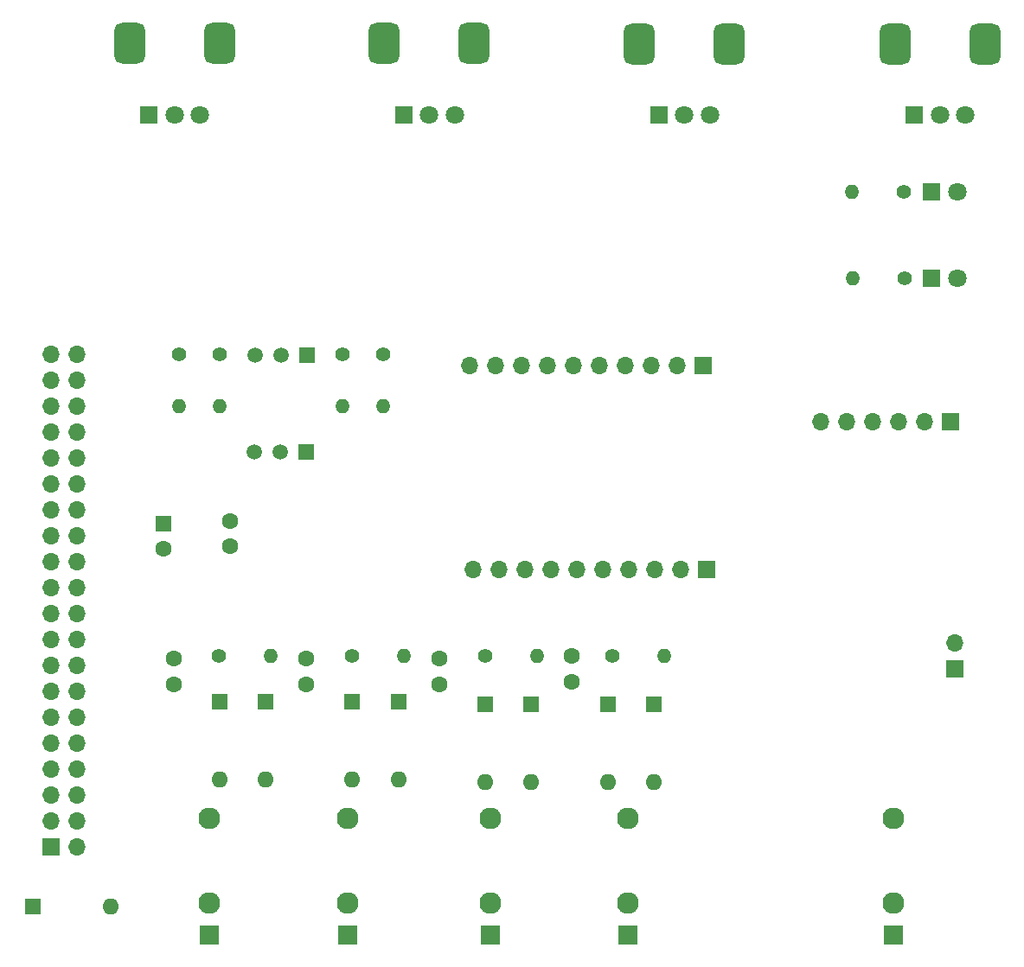
<source format=gbr>
%TF.GenerationSoftware,KiCad,Pcbnew,8.0.0*%
%TF.CreationDate,2024-04-01T16:50:34+09:00*%
%TF.ProjectId,Raverack,52617665-7261-4636-9b2e-6b696361645f,rev?*%
%TF.SameCoordinates,Original*%
%TF.FileFunction,Soldermask,Bot*%
%TF.FilePolarity,Negative*%
%FSLAX46Y46*%
G04 Gerber Fmt 4.6, Leading zero omitted, Abs format (unit mm)*
G04 Created by KiCad (PCBNEW 8.0.0) date 2024-04-01 16:50:34*
%MOMM*%
%LPD*%
G01*
G04 APERTURE LIST*
G04 Aperture macros list*
%AMRoundRect*
0 Rectangle with rounded corners*
0 $1 Rounding radius*
0 $2 $3 $4 $5 $6 $7 $8 $9 X,Y pos of 4 corners*
0 Add a 4 corners polygon primitive as box body*
4,1,4,$2,$3,$4,$5,$6,$7,$8,$9,$2,$3,0*
0 Add four circle primitives for the rounded corners*
1,1,$1+$1,$2,$3*
1,1,$1+$1,$4,$5*
1,1,$1+$1,$6,$7*
1,1,$1+$1,$8,$9*
0 Add four rect primitives between the rounded corners*
20,1,$1+$1,$2,$3,$4,$5,0*
20,1,$1+$1,$4,$5,$6,$7,0*
20,1,$1+$1,$6,$7,$8,$9,0*
20,1,$1+$1,$8,$9,$2,$3,0*%
G04 Aperture macros list end*
%ADD10C,1.600000*%
%ADD11C,1.400000*%
%ADD12O,1.400000X1.400000*%
%ADD13R,1.600000X1.600000*%
%ADD14O,1.600000X1.600000*%
%ADD15R,1.930000X1.830000*%
%ADD16C,2.130000*%
%ADD17R,1.500000X1.500000*%
%ADD18C,1.500000*%
%ADD19R,1.700000X1.700000*%
%ADD20O,1.700000X1.700000*%
%ADD21R,1.800000X1.800000*%
%ADD22C,1.800000*%
%ADD23RoundRect,0.750000X0.750000X-1.250000X0.750000X1.250000X-0.750000X1.250000X-0.750000X-1.250000X0*%
G04 APERTURE END LIST*
D10*
%TO.C,C2*%
X122000000Y-102250000D03*
X122000000Y-104750000D03*
%TD*%
D11*
%TO.C,R4*%
X151960000Y-102000000D03*
D12*
X157040000Y-102000000D03*
%TD*%
D11*
%TO.C,R2*%
X126460000Y-102000000D03*
D12*
X131540000Y-102000000D03*
%TD*%
D13*
%TO.C,D1*%
X113500000Y-106500000D03*
D14*
X113500000Y-114120000D03*
%TD*%
D15*
%TO.C,J2*%
X126000000Y-129280000D03*
D16*
X126000000Y-117880000D03*
X126000000Y-126180000D03*
%TD*%
D10*
%TO.C,C4*%
X148000000Y-102000000D03*
X148000000Y-104500000D03*
%TD*%
D17*
%TO.C,Q2*%
X122000000Y-82000000D03*
D18*
X119460000Y-82000000D03*
X116920000Y-82000000D03*
%TD*%
D19*
%TO.C,ADS1115_A1*%
X161160000Y-93500000D03*
D20*
X158620000Y-93500000D03*
X156080000Y-93500000D03*
X153540000Y-93500000D03*
X151000000Y-93500000D03*
X148460000Y-93500000D03*
X145920000Y-93500000D03*
X143380000Y-93500000D03*
X140840000Y-93500000D03*
X138300000Y-93500000D03*
%TD*%
D11*
%TO.C,R1*%
X113460000Y-102000000D03*
D12*
X118540000Y-102000000D03*
%TD*%
D13*
%TO.C,D5*%
X139500000Y-106690000D03*
D14*
X139500000Y-114310000D03*
%TD*%
D21*
%TO.C,D8*%
X183225000Y-56500000D03*
D22*
X185765000Y-56500000D03*
%TD*%
D13*
%TO.C,D9*%
X156000000Y-106690000D03*
D14*
X156000000Y-114310000D03*
%TD*%
D21*
%TO.C,RV3*%
X156500000Y-49000000D03*
D22*
X159000000Y-49000000D03*
X161500000Y-49000000D03*
D23*
X154600000Y-42000000D03*
X163400000Y-42000000D03*
%TD*%
D11*
%TO.C,R9*%
X125500000Y-72460000D03*
D12*
X125500000Y-77540000D03*
%TD*%
D15*
%TO.C,J4*%
X153500000Y-129280000D03*
D16*
X153500000Y-117880000D03*
X153500000Y-126180000D03*
%TD*%
D11*
%TO.C,R5*%
X180500000Y-56500000D03*
D12*
X175420000Y-56500000D03*
%TD*%
D13*
%TO.C,D11*%
X95190000Y-126500000D03*
D14*
X102810000Y-126500000D03*
%TD*%
D21*
%TO.C,D10*%
X183225000Y-65000000D03*
D22*
X185765000Y-65000000D03*
%TD*%
D13*
%TO.C,D6*%
X144000000Y-106690000D03*
D14*
X144000000Y-114310000D03*
%TD*%
D10*
%TO.C,C3*%
X135000000Y-102250000D03*
X135000000Y-104750000D03*
%TD*%
D13*
%TO.C,D7*%
X151500000Y-106690000D03*
D14*
X151500000Y-114310000D03*
%TD*%
D21*
%TO.C,RV4*%
X181500000Y-49000000D03*
D22*
X184000000Y-49000000D03*
X186500000Y-49000000D03*
D23*
X179600000Y-42000000D03*
X188400000Y-42000000D03*
%TD*%
D13*
%TO.C,D2*%
X118000000Y-106500000D03*
D14*
X118000000Y-114120000D03*
%TD*%
D15*
%TO.C,J1*%
X112500000Y-129280000D03*
D16*
X112500000Y-117880000D03*
X112500000Y-126180000D03*
%TD*%
D15*
%TO.C,J5*%
X179500000Y-129280000D03*
D16*
X179500000Y-117880000D03*
X179500000Y-126180000D03*
%TD*%
D11*
%TO.C,R3*%
X139500000Y-102000000D03*
D12*
X144580000Y-102000000D03*
%TD*%
D21*
%TO.C,RV1*%
X106600000Y-48950000D03*
D22*
X109100000Y-48950000D03*
X111600000Y-48950000D03*
D23*
X104700000Y-41950000D03*
X113500000Y-41950000D03*
%TD*%
D15*
%TO.C,J3*%
X140000000Y-129280000D03*
D16*
X140000000Y-117880000D03*
X140000000Y-126180000D03*
%TD*%
D11*
%TO.C,R7*%
X109500000Y-72460000D03*
D12*
X109500000Y-77540000D03*
%TD*%
D11*
%TO.C,R10*%
X129500000Y-72460000D03*
D12*
X129500000Y-77540000D03*
%TD*%
D10*
%TO.C,C1*%
X109000000Y-102250000D03*
X109000000Y-104750000D03*
%TD*%
D11*
%TO.C,R8*%
X113500000Y-72460000D03*
D12*
X113500000Y-77540000D03*
%TD*%
D11*
%TO.C,R6*%
X180540000Y-65000000D03*
D12*
X175460000Y-65000000D03*
%TD*%
D19*
%TO.C,PCM5102*%
X185080000Y-79000000D03*
D20*
X182540000Y-79000000D03*
X180000000Y-79000000D03*
X177460000Y-79000000D03*
X174920000Y-79000000D03*
X172380000Y-79000000D03*
%TD*%
D13*
%TO.C,D4*%
X131000000Y-106500000D03*
D14*
X131000000Y-114120000D03*
%TD*%
D13*
%TO.C,D3*%
X126500000Y-106500000D03*
D14*
X126500000Y-114120000D03*
%TD*%
D17*
%TO.C,Q1*%
X122040000Y-72500000D03*
D18*
X119500000Y-72500000D03*
X116960000Y-72500000D03*
%TD*%
D10*
%TO.C,C5*%
X114500000Y-88750000D03*
X114500000Y-91250000D03*
%TD*%
D19*
%TO.C,AudioOut1*%
X185500000Y-103275000D03*
D20*
X185500000Y-100735000D03*
%TD*%
D19*
%TO.C,ADS1115_B1*%
X160860000Y-73500000D03*
D20*
X158320000Y-73500000D03*
X155780000Y-73500000D03*
X153240000Y-73500000D03*
X150700000Y-73500000D03*
X148160000Y-73500000D03*
X145620000Y-73500000D03*
X143080000Y-73500000D03*
X140540000Y-73500000D03*
X138000000Y-73500000D03*
%TD*%
D21*
%TO.C,RV2*%
X131500000Y-48950000D03*
D22*
X134000000Y-48950000D03*
X136500000Y-48950000D03*
D23*
X129600000Y-41950000D03*
X138400000Y-41950000D03*
%TD*%
D13*
%TO.C,C6*%
X108000000Y-89000000D03*
D10*
X108000000Y-91500000D03*
%TD*%
D19*
%TO.C,RaspiIO1*%
X97000000Y-120660000D03*
D20*
X99540000Y-120660000D03*
X97000000Y-118120000D03*
X99540000Y-118120000D03*
X97000000Y-115580000D03*
X99540000Y-115580000D03*
X97000000Y-113040000D03*
X99540000Y-113040000D03*
X97000000Y-110500000D03*
X99540000Y-110500000D03*
X97000000Y-107960000D03*
X99540000Y-107960000D03*
X97000000Y-105420000D03*
X99540000Y-105420000D03*
X97000000Y-102880000D03*
X99540000Y-102880000D03*
X97000000Y-100340000D03*
X99540000Y-100340000D03*
X97000000Y-97800000D03*
X99540000Y-97800000D03*
X97000000Y-95260000D03*
X99540000Y-95260000D03*
X97000000Y-92720000D03*
X99540000Y-92720000D03*
X97000000Y-90180000D03*
X99540000Y-90180000D03*
X97000000Y-87640000D03*
X99540000Y-87640000D03*
X97000000Y-85100000D03*
X99540000Y-85100000D03*
X97000000Y-82560000D03*
X99540000Y-82560000D03*
X97000000Y-80020000D03*
X99540000Y-80020000D03*
X97000000Y-77480000D03*
X99540000Y-77480000D03*
X97000000Y-74940000D03*
X99540000Y-74940000D03*
X97000000Y-72400000D03*
X99540000Y-72400000D03*
%TD*%
M02*

</source>
